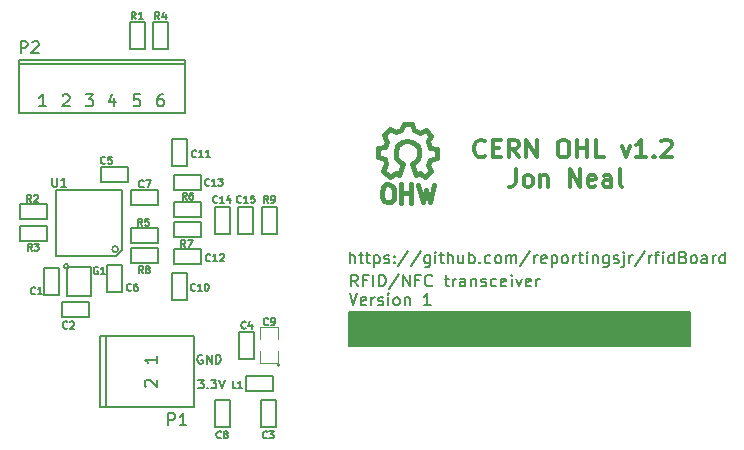
<source format=gto>
%FSLAX45Y45*%
G04 Gerber Fmt 4.5, Leading zero omitted, Abs format (unit mm)*
G04 Created by KiCad (PCBNEW (2014-09-17 BZR 5140)-product) date Sun 28 Sep 2014 11:22:45 PM EDT*
%MOMM*%
G01*
G04 APERTURE LIST*
%ADD10C,0.100000*%
%ADD11C,0.150000*%
%ADD12C,0.200000*%
%ADD13C,0.300000*%
%ADD14C,0.127000*%
%ADD15C,0.099060*%
%ADD16C,0.152400*%
%ADD17C,0.381000*%
G04 APERTURE END LIST*
D10*
D11*
X17329286Y-9878929D02*
X17375714Y-9878929D01*
X17350714Y-9907500D01*
X17361429Y-9907500D01*
X17368571Y-9911071D01*
X17372143Y-9914643D01*
X17375714Y-9921786D01*
X17375714Y-9939643D01*
X17372143Y-9946786D01*
X17368571Y-9950357D01*
X17361429Y-9953929D01*
X17340000Y-9953929D01*
X17332857Y-9950357D01*
X17329286Y-9946786D01*
X17407857Y-9946786D02*
X17411429Y-9950357D01*
X17407857Y-9953929D01*
X17404286Y-9950357D01*
X17407857Y-9946786D01*
X17407857Y-9953929D01*
X17436429Y-9878929D02*
X17482857Y-9878929D01*
X17457857Y-9907500D01*
X17468571Y-9907500D01*
X17475714Y-9911071D01*
X17479286Y-9914643D01*
X17482857Y-9921786D01*
X17482857Y-9939643D01*
X17479286Y-9946786D01*
X17475714Y-9950357D01*
X17468571Y-9953929D01*
X17447143Y-9953929D01*
X17440000Y-9950357D01*
X17436429Y-9946786D01*
X17504286Y-9878929D02*
X17529286Y-9953929D01*
X17554286Y-9878929D01*
X17362857Y-9672500D02*
X17355714Y-9668929D01*
X17345000Y-9668929D01*
X17334286Y-9672500D01*
X17327143Y-9679643D01*
X17323571Y-9686786D01*
X17320000Y-9701071D01*
X17320000Y-9711786D01*
X17323571Y-9726071D01*
X17327143Y-9733214D01*
X17334286Y-9740357D01*
X17345000Y-9743929D01*
X17352143Y-9743929D01*
X17362857Y-9740357D01*
X17366429Y-9736786D01*
X17366429Y-9711786D01*
X17352143Y-9711786D01*
X17398571Y-9743929D02*
X17398571Y-9668929D01*
X17441429Y-9743929D01*
X17441429Y-9668929D01*
X17477143Y-9743929D02*
X17477143Y-9668929D01*
X17495000Y-9668929D01*
X17505714Y-9672500D01*
X17512857Y-9679643D01*
X17516429Y-9686786D01*
X17520000Y-9701071D01*
X17520000Y-9711786D01*
X17516429Y-9726071D01*
X17512857Y-9733214D01*
X17505714Y-9740357D01*
X17495000Y-9743929D01*
X17477143Y-9743929D01*
D12*
X18680952Y-9090238D02*
X18647619Y-9042619D01*
X18623810Y-9090238D02*
X18623810Y-8990238D01*
X18661905Y-8990238D01*
X18671429Y-8995000D01*
X18676191Y-8999762D01*
X18680952Y-9009286D01*
X18680952Y-9023571D01*
X18676191Y-9033095D01*
X18671429Y-9037857D01*
X18661905Y-9042619D01*
X18623810Y-9042619D01*
X18757143Y-9037857D02*
X18723810Y-9037857D01*
X18723810Y-9090238D02*
X18723810Y-8990238D01*
X18771429Y-8990238D01*
X18809524Y-9090238D02*
X18809524Y-8990238D01*
X18857143Y-9090238D02*
X18857143Y-8990238D01*
X18880952Y-8990238D01*
X18895238Y-8995000D01*
X18904762Y-9004524D01*
X18909524Y-9014048D01*
X18914286Y-9033095D01*
X18914286Y-9047381D01*
X18909524Y-9066429D01*
X18904762Y-9075952D01*
X18895238Y-9085476D01*
X18880952Y-9090238D01*
X18857143Y-9090238D01*
X19028571Y-8985476D02*
X18942857Y-9114048D01*
X19061905Y-9090238D02*
X19061905Y-8990238D01*
X19119048Y-9090238D01*
X19119048Y-8990238D01*
X19200000Y-9037857D02*
X19166667Y-9037857D01*
X19166667Y-9090238D02*
X19166667Y-8990238D01*
X19214286Y-8990238D01*
X19309524Y-9080714D02*
X19304762Y-9085476D01*
X19290476Y-9090238D01*
X19280952Y-9090238D01*
X19266667Y-9085476D01*
X19257143Y-9075952D01*
X19252381Y-9066429D01*
X19247619Y-9047381D01*
X19247619Y-9033095D01*
X19252381Y-9014048D01*
X19257143Y-9004524D01*
X19266667Y-8995000D01*
X19280952Y-8990238D01*
X19290476Y-8990238D01*
X19304762Y-8995000D01*
X19309524Y-8999762D01*
X19414286Y-9023571D02*
X19452381Y-9023571D01*
X19428571Y-8990238D02*
X19428571Y-9075952D01*
X19433333Y-9085476D01*
X19442857Y-9090238D01*
X19452381Y-9090238D01*
X19485714Y-9090238D02*
X19485714Y-9023571D01*
X19485714Y-9042619D02*
X19490476Y-9033095D01*
X19495238Y-9028333D01*
X19504762Y-9023571D01*
X19514286Y-9023571D01*
X19590476Y-9090238D02*
X19590476Y-9037857D01*
X19585714Y-9028333D01*
X19576191Y-9023571D01*
X19557143Y-9023571D01*
X19547619Y-9028333D01*
X19590476Y-9085476D02*
X19580953Y-9090238D01*
X19557143Y-9090238D01*
X19547619Y-9085476D01*
X19542857Y-9075952D01*
X19542857Y-9066429D01*
X19547619Y-9056905D01*
X19557143Y-9052143D01*
X19580953Y-9052143D01*
X19590476Y-9047381D01*
X19638095Y-9023571D02*
X19638095Y-9090238D01*
X19638095Y-9033095D02*
X19642857Y-9028333D01*
X19652381Y-9023571D01*
X19666667Y-9023571D01*
X19676191Y-9028333D01*
X19680953Y-9037857D01*
X19680953Y-9090238D01*
X19723810Y-9085476D02*
X19733333Y-9090238D01*
X19752381Y-9090238D01*
X19761905Y-9085476D01*
X19766667Y-9075952D01*
X19766667Y-9071191D01*
X19761905Y-9061667D01*
X19752381Y-9056905D01*
X19738095Y-9056905D01*
X19728572Y-9052143D01*
X19723810Y-9042619D01*
X19723810Y-9037857D01*
X19728572Y-9028333D01*
X19738095Y-9023571D01*
X19752381Y-9023571D01*
X19761905Y-9028333D01*
X19852381Y-9085476D02*
X19842857Y-9090238D01*
X19823810Y-9090238D01*
X19814286Y-9085476D01*
X19809524Y-9080714D01*
X19804762Y-9071191D01*
X19804762Y-9042619D01*
X19809524Y-9033095D01*
X19814286Y-9028333D01*
X19823810Y-9023571D01*
X19842857Y-9023571D01*
X19852381Y-9028333D01*
X19933334Y-9085476D02*
X19923810Y-9090238D01*
X19904762Y-9090238D01*
X19895238Y-9085476D01*
X19890476Y-9075952D01*
X19890476Y-9037857D01*
X19895238Y-9028333D01*
X19904762Y-9023571D01*
X19923810Y-9023571D01*
X19933334Y-9028333D01*
X19938095Y-9037857D01*
X19938095Y-9047381D01*
X19890476Y-9056905D01*
X19980953Y-9090238D02*
X19980953Y-9023571D01*
X19980953Y-8990238D02*
X19976191Y-8995000D01*
X19980953Y-8999762D01*
X19985714Y-8995000D01*
X19980953Y-8990238D01*
X19980953Y-8999762D01*
X20019048Y-9023571D02*
X20042857Y-9090238D01*
X20066667Y-9023571D01*
X20142857Y-9085476D02*
X20133334Y-9090238D01*
X20114286Y-9090238D01*
X20104762Y-9085476D01*
X20100000Y-9075952D01*
X20100000Y-9037857D01*
X20104762Y-9028333D01*
X20114286Y-9023571D01*
X20133334Y-9023571D01*
X20142857Y-9028333D01*
X20147619Y-9037857D01*
X20147619Y-9047381D01*
X20100000Y-9056905D01*
X20190476Y-9090238D02*
X20190476Y-9023571D01*
X20190476Y-9042619D02*
X20195238Y-9033095D01*
X20200000Y-9028333D01*
X20209524Y-9023571D01*
X20219048Y-9023571D01*
X18609524Y-9150238D02*
X18642857Y-9250238D01*
X18676191Y-9150238D01*
X18747619Y-9245476D02*
X18738095Y-9250238D01*
X18719048Y-9250238D01*
X18709524Y-9245476D01*
X18704762Y-9235952D01*
X18704762Y-9197857D01*
X18709524Y-9188333D01*
X18719048Y-9183571D01*
X18738095Y-9183571D01*
X18747619Y-9188333D01*
X18752381Y-9197857D01*
X18752381Y-9207381D01*
X18704762Y-9216905D01*
X18795238Y-9250238D02*
X18795238Y-9183571D01*
X18795238Y-9202619D02*
X18800000Y-9193095D01*
X18804762Y-9188333D01*
X18814286Y-9183571D01*
X18823810Y-9183571D01*
X18852381Y-9245476D02*
X18861905Y-9250238D01*
X18880952Y-9250238D01*
X18890476Y-9245476D01*
X18895238Y-9235952D01*
X18895238Y-9231191D01*
X18890476Y-9221667D01*
X18880952Y-9216905D01*
X18866667Y-9216905D01*
X18857143Y-9212143D01*
X18852381Y-9202619D01*
X18852381Y-9197857D01*
X18857143Y-9188333D01*
X18866667Y-9183571D01*
X18880952Y-9183571D01*
X18890476Y-9188333D01*
X18938095Y-9250238D02*
X18938095Y-9183571D01*
X18938095Y-9150238D02*
X18933333Y-9155000D01*
X18938095Y-9159762D01*
X18942857Y-9155000D01*
X18938095Y-9150238D01*
X18938095Y-9159762D01*
X19000000Y-9250238D02*
X18990476Y-9245476D01*
X18985714Y-9240714D01*
X18980952Y-9231191D01*
X18980952Y-9202619D01*
X18985714Y-9193095D01*
X18990476Y-9188333D01*
X19000000Y-9183571D01*
X19014286Y-9183571D01*
X19023810Y-9188333D01*
X19028572Y-9193095D01*
X19033333Y-9202619D01*
X19033333Y-9231191D01*
X19028572Y-9240714D01*
X19023810Y-9245476D01*
X19014286Y-9250238D01*
X19000000Y-9250238D01*
X19076191Y-9183571D02*
X19076191Y-9250238D01*
X19076191Y-9193095D02*
X19080952Y-9188333D01*
X19090476Y-9183571D01*
X19104762Y-9183571D01*
X19114286Y-9188333D01*
X19119048Y-9197857D01*
X19119048Y-9250238D01*
X19295238Y-9250238D02*
X19238095Y-9250238D01*
X19266667Y-9250238D02*
X19266667Y-9150238D01*
X19257143Y-9164524D01*
X19247619Y-9174048D01*
X19238095Y-9178810D01*
X18611905Y-8895238D02*
X18611905Y-8795238D01*
X18654762Y-8895238D02*
X18654762Y-8842857D01*
X18650000Y-8833333D01*
X18640476Y-8828571D01*
X18626190Y-8828571D01*
X18616667Y-8833333D01*
X18611905Y-8838095D01*
X18688095Y-8828571D02*
X18726190Y-8828571D01*
X18702381Y-8795238D02*
X18702381Y-8880952D01*
X18707143Y-8890476D01*
X18716667Y-8895238D01*
X18726190Y-8895238D01*
X18745238Y-8828571D02*
X18783333Y-8828571D01*
X18759524Y-8795238D02*
X18759524Y-8880952D01*
X18764286Y-8890476D01*
X18773809Y-8895238D01*
X18783333Y-8895238D01*
X18816667Y-8828571D02*
X18816667Y-8928571D01*
X18816667Y-8833333D02*
X18826190Y-8828571D01*
X18845238Y-8828571D01*
X18854762Y-8833333D01*
X18859524Y-8838095D01*
X18864286Y-8847619D01*
X18864286Y-8876191D01*
X18859524Y-8885714D01*
X18854762Y-8890476D01*
X18845238Y-8895238D01*
X18826190Y-8895238D01*
X18816667Y-8890476D01*
X18902381Y-8890476D02*
X18911905Y-8895238D01*
X18930952Y-8895238D01*
X18940476Y-8890476D01*
X18945238Y-8880952D01*
X18945238Y-8876191D01*
X18940476Y-8866667D01*
X18930952Y-8861905D01*
X18916667Y-8861905D01*
X18907143Y-8857143D01*
X18902381Y-8847619D01*
X18902381Y-8842857D01*
X18907143Y-8833333D01*
X18916667Y-8828571D01*
X18930952Y-8828571D01*
X18940476Y-8833333D01*
X18988095Y-8885714D02*
X18992857Y-8890476D01*
X18988095Y-8895238D01*
X18983333Y-8890476D01*
X18988095Y-8885714D01*
X18988095Y-8895238D01*
X18988095Y-8833333D02*
X18992857Y-8838095D01*
X18988095Y-8842857D01*
X18983333Y-8838095D01*
X18988095Y-8833333D01*
X18988095Y-8842857D01*
X19107143Y-8790476D02*
X19021429Y-8919048D01*
X19211905Y-8790476D02*
X19126190Y-8919048D01*
X19288095Y-8828571D02*
X19288095Y-8909524D01*
X19283333Y-8919048D01*
X19278571Y-8923810D01*
X19269048Y-8928571D01*
X19254762Y-8928571D01*
X19245238Y-8923810D01*
X19288095Y-8890476D02*
X19278571Y-8895238D01*
X19259524Y-8895238D01*
X19250000Y-8890476D01*
X19245238Y-8885714D01*
X19240476Y-8876191D01*
X19240476Y-8847619D01*
X19245238Y-8838095D01*
X19250000Y-8833333D01*
X19259524Y-8828571D01*
X19278571Y-8828571D01*
X19288095Y-8833333D01*
X19335714Y-8895238D02*
X19335714Y-8828571D01*
X19335714Y-8795238D02*
X19330952Y-8800000D01*
X19335714Y-8804762D01*
X19340476Y-8800000D01*
X19335714Y-8795238D01*
X19335714Y-8804762D01*
X19369048Y-8828571D02*
X19407143Y-8828571D01*
X19383333Y-8795238D02*
X19383333Y-8880952D01*
X19388095Y-8890476D01*
X19397619Y-8895238D01*
X19407143Y-8895238D01*
X19440476Y-8895238D02*
X19440476Y-8795238D01*
X19483333Y-8895238D02*
X19483333Y-8842857D01*
X19478571Y-8833333D01*
X19469048Y-8828571D01*
X19454762Y-8828571D01*
X19445238Y-8833333D01*
X19440476Y-8838095D01*
X19573810Y-8828571D02*
X19573810Y-8895238D01*
X19530952Y-8828571D02*
X19530952Y-8880952D01*
X19535714Y-8890476D01*
X19545238Y-8895238D01*
X19559524Y-8895238D01*
X19569048Y-8890476D01*
X19573810Y-8885714D01*
X19621429Y-8895238D02*
X19621429Y-8795238D01*
X19621429Y-8833333D02*
X19630952Y-8828571D01*
X19650000Y-8828571D01*
X19659524Y-8833333D01*
X19664286Y-8838095D01*
X19669048Y-8847619D01*
X19669048Y-8876191D01*
X19664286Y-8885714D01*
X19659524Y-8890476D01*
X19650000Y-8895238D01*
X19630952Y-8895238D01*
X19621429Y-8890476D01*
X19711905Y-8885714D02*
X19716667Y-8890476D01*
X19711905Y-8895238D01*
X19707143Y-8890476D01*
X19711905Y-8885714D01*
X19711905Y-8895238D01*
X19802381Y-8890476D02*
X19792857Y-8895238D01*
X19773809Y-8895238D01*
X19764286Y-8890476D01*
X19759524Y-8885714D01*
X19754762Y-8876191D01*
X19754762Y-8847619D01*
X19759524Y-8838095D01*
X19764286Y-8833333D01*
X19773809Y-8828571D01*
X19792857Y-8828571D01*
X19802381Y-8833333D01*
X19859524Y-8895238D02*
X19850000Y-8890476D01*
X19845238Y-8885714D01*
X19840476Y-8876191D01*
X19840476Y-8847619D01*
X19845238Y-8838095D01*
X19850000Y-8833333D01*
X19859524Y-8828571D01*
X19873810Y-8828571D01*
X19883333Y-8833333D01*
X19888095Y-8838095D01*
X19892857Y-8847619D01*
X19892857Y-8876191D01*
X19888095Y-8885714D01*
X19883333Y-8890476D01*
X19873810Y-8895238D01*
X19859524Y-8895238D01*
X19935714Y-8895238D02*
X19935714Y-8828571D01*
X19935714Y-8838095D02*
X19940476Y-8833333D01*
X19950000Y-8828571D01*
X19964286Y-8828571D01*
X19973810Y-8833333D01*
X19978571Y-8842857D01*
X19978571Y-8895238D01*
X19978571Y-8842857D02*
X19983333Y-8833333D01*
X19992857Y-8828571D01*
X20007143Y-8828571D01*
X20016667Y-8833333D01*
X20021429Y-8842857D01*
X20021429Y-8895238D01*
X20140476Y-8790476D02*
X20054762Y-8919048D01*
X20173809Y-8895238D02*
X20173809Y-8828571D01*
X20173809Y-8847619D02*
X20178571Y-8838095D01*
X20183333Y-8833333D01*
X20192857Y-8828571D01*
X20202381Y-8828571D01*
X20273810Y-8890476D02*
X20264286Y-8895238D01*
X20245238Y-8895238D01*
X20235714Y-8890476D01*
X20230952Y-8880952D01*
X20230952Y-8842857D01*
X20235714Y-8833333D01*
X20245238Y-8828571D01*
X20264286Y-8828571D01*
X20273810Y-8833333D01*
X20278571Y-8842857D01*
X20278571Y-8852381D01*
X20230952Y-8861905D01*
X20321429Y-8828571D02*
X20321429Y-8928571D01*
X20321429Y-8833333D02*
X20330952Y-8828571D01*
X20350000Y-8828571D01*
X20359524Y-8833333D01*
X20364286Y-8838095D01*
X20369048Y-8847619D01*
X20369048Y-8876191D01*
X20364286Y-8885714D01*
X20359524Y-8890476D01*
X20350000Y-8895238D01*
X20330952Y-8895238D01*
X20321429Y-8890476D01*
X20426190Y-8895238D02*
X20416667Y-8890476D01*
X20411905Y-8885714D01*
X20407143Y-8876191D01*
X20407143Y-8847619D01*
X20411905Y-8838095D01*
X20416667Y-8833333D01*
X20426190Y-8828571D01*
X20440476Y-8828571D01*
X20450000Y-8833333D01*
X20454762Y-8838095D01*
X20459524Y-8847619D01*
X20459524Y-8876191D01*
X20454762Y-8885714D01*
X20450000Y-8890476D01*
X20440476Y-8895238D01*
X20426190Y-8895238D01*
X20502381Y-8895238D02*
X20502381Y-8828571D01*
X20502381Y-8847619D02*
X20507143Y-8838095D01*
X20511905Y-8833333D01*
X20521429Y-8828571D01*
X20530952Y-8828571D01*
X20550000Y-8828571D02*
X20588095Y-8828571D01*
X20564286Y-8795238D02*
X20564286Y-8880952D01*
X20569048Y-8890476D01*
X20578571Y-8895238D01*
X20588095Y-8895238D01*
X20621429Y-8895238D02*
X20621429Y-8828571D01*
X20621429Y-8795238D02*
X20616667Y-8800000D01*
X20621429Y-8804762D01*
X20626191Y-8800000D01*
X20621429Y-8795238D01*
X20621429Y-8804762D01*
X20669048Y-8828571D02*
X20669048Y-8895238D01*
X20669048Y-8838095D02*
X20673810Y-8833333D01*
X20683333Y-8828571D01*
X20697619Y-8828571D01*
X20707143Y-8833333D01*
X20711905Y-8842857D01*
X20711905Y-8895238D01*
X20802381Y-8828571D02*
X20802381Y-8909524D01*
X20797619Y-8919048D01*
X20792857Y-8923810D01*
X20783333Y-8928571D01*
X20769048Y-8928571D01*
X20759524Y-8923810D01*
X20802381Y-8890476D02*
X20792857Y-8895238D01*
X20773810Y-8895238D01*
X20764286Y-8890476D01*
X20759524Y-8885714D01*
X20754762Y-8876191D01*
X20754762Y-8847619D01*
X20759524Y-8838095D01*
X20764286Y-8833333D01*
X20773810Y-8828571D01*
X20792857Y-8828571D01*
X20802381Y-8833333D01*
X20845238Y-8890476D02*
X20854762Y-8895238D01*
X20873810Y-8895238D01*
X20883333Y-8890476D01*
X20888095Y-8880952D01*
X20888095Y-8876191D01*
X20883333Y-8866667D01*
X20873810Y-8861905D01*
X20859524Y-8861905D01*
X20850000Y-8857143D01*
X20845238Y-8847619D01*
X20845238Y-8842857D01*
X20850000Y-8833333D01*
X20859524Y-8828571D01*
X20873810Y-8828571D01*
X20883333Y-8833333D01*
X20930952Y-8828571D02*
X20930952Y-8914286D01*
X20926191Y-8923810D01*
X20916667Y-8928571D01*
X20911905Y-8928571D01*
X20930952Y-8795238D02*
X20926191Y-8800000D01*
X20930952Y-8804762D01*
X20935714Y-8800000D01*
X20930952Y-8795238D01*
X20930952Y-8804762D01*
X20978571Y-8895238D02*
X20978571Y-8828571D01*
X20978571Y-8847619D02*
X20983333Y-8838095D01*
X20988095Y-8833333D01*
X20997619Y-8828571D01*
X21007143Y-8828571D01*
X21111905Y-8790476D02*
X21026191Y-8919048D01*
X21145238Y-8895238D02*
X21145238Y-8828571D01*
X21145238Y-8847619D02*
X21150000Y-8838095D01*
X21154762Y-8833333D01*
X21164286Y-8828571D01*
X21173810Y-8828571D01*
X21192857Y-8828571D02*
X21230952Y-8828571D01*
X21207143Y-8895238D02*
X21207143Y-8809524D01*
X21211905Y-8800000D01*
X21221429Y-8795238D01*
X21230952Y-8795238D01*
X21264286Y-8895238D02*
X21264286Y-8828571D01*
X21264286Y-8795238D02*
X21259524Y-8800000D01*
X21264286Y-8804762D01*
X21269048Y-8800000D01*
X21264286Y-8795238D01*
X21264286Y-8804762D01*
X21354762Y-8895238D02*
X21354762Y-8795238D01*
X21354762Y-8890476D02*
X21345238Y-8895238D01*
X21326191Y-8895238D01*
X21316667Y-8890476D01*
X21311905Y-8885714D01*
X21307143Y-8876191D01*
X21307143Y-8847619D01*
X21311905Y-8838095D01*
X21316667Y-8833333D01*
X21326191Y-8828571D01*
X21345238Y-8828571D01*
X21354762Y-8833333D01*
X21435714Y-8842857D02*
X21450000Y-8847619D01*
X21454762Y-8852381D01*
X21459524Y-8861905D01*
X21459524Y-8876191D01*
X21454762Y-8885714D01*
X21450000Y-8890476D01*
X21440476Y-8895238D01*
X21402381Y-8895238D01*
X21402381Y-8795238D01*
X21435714Y-8795238D01*
X21445238Y-8800000D01*
X21450000Y-8804762D01*
X21454762Y-8814286D01*
X21454762Y-8823810D01*
X21450000Y-8833333D01*
X21445238Y-8838095D01*
X21435714Y-8842857D01*
X21402381Y-8842857D01*
X21516667Y-8895238D02*
X21507143Y-8890476D01*
X21502381Y-8885714D01*
X21497619Y-8876191D01*
X21497619Y-8847619D01*
X21502381Y-8838095D01*
X21507143Y-8833333D01*
X21516667Y-8828571D01*
X21530953Y-8828571D01*
X21540476Y-8833333D01*
X21545238Y-8838095D01*
X21550000Y-8847619D01*
X21550000Y-8876191D01*
X21545238Y-8885714D01*
X21540476Y-8890476D01*
X21530953Y-8895238D01*
X21516667Y-8895238D01*
X21635714Y-8895238D02*
X21635714Y-8842857D01*
X21630953Y-8833333D01*
X21621429Y-8828571D01*
X21602381Y-8828571D01*
X21592857Y-8833333D01*
X21635714Y-8890476D02*
X21626191Y-8895238D01*
X21602381Y-8895238D01*
X21592857Y-8890476D01*
X21588095Y-8880952D01*
X21588095Y-8871429D01*
X21592857Y-8861905D01*
X21602381Y-8857143D01*
X21626191Y-8857143D01*
X21635714Y-8852381D01*
X21683333Y-8895238D02*
X21683333Y-8828571D01*
X21683333Y-8847619D02*
X21688095Y-8838095D01*
X21692857Y-8833333D01*
X21702381Y-8828571D01*
X21711905Y-8828571D01*
X21788095Y-8895238D02*
X21788095Y-8795238D01*
X21788095Y-8890476D02*
X21778572Y-8895238D01*
X21759524Y-8895238D01*
X21750000Y-8890476D01*
X21745238Y-8885714D01*
X21740476Y-8876191D01*
X21740476Y-8847619D01*
X21745238Y-8838095D01*
X21750000Y-8833333D01*
X21759524Y-8828571D01*
X21778572Y-8828571D01*
X21788095Y-8833333D01*
D13*
X20018571Y-8097857D02*
X20018571Y-8205000D01*
X20011429Y-8226429D01*
X19997143Y-8240714D01*
X19975714Y-8247857D01*
X19961429Y-8247857D01*
X20111429Y-8247857D02*
X20097143Y-8240714D01*
X20090000Y-8233571D01*
X20082857Y-8219286D01*
X20082857Y-8176429D01*
X20090000Y-8162143D01*
X20097143Y-8155000D01*
X20111429Y-8147857D01*
X20132857Y-8147857D01*
X20147143Y-8155000D01*
X20154286Y-8162143D01*
X20161429Y-8176429D01*
X20161429Y-8219286D01*
X20154286Y-8233571D01*
X20147143Y-8240714D01*
X20132857Y-8247857D01*
X20111429Y-8247857D01*
X20225714Y-8147857D02*
X20225714Y-8247857D01*
X20225714Y-8162143D02*
X20232857Y-8155000D01*
X20247143Y-8147857D01*
X20268571Y-8147857D01*
X20282857Y-8155000D01*
X20290000Y-8169286D01*
X20290000Y-8247857D01*
X20475714Y-8247857D02*
X20475714Y-8097857D01*
X20561429Y-8247857D01*
X20561429Y-8097857D01*
X20690000Y-8240714D02*
X20675714Y-8247857D01*
X20647143Y-8247857D01*
X20632857Y-8240714D01*
X20625714Y-8226429D01*
X20625714Y-8169286D01*
X20632857Y-8155000D01*
X20647143Y-8147857D01*
X20675714Y-8147857D01*
X20690000Y-8155000D01*
X20697143Y-8169286D01*
X20697143Y-8183571D01*
X20625714Y-8197857D01*
X20825714Y-8247857D02*
X20825714Y-8169286D01*
X20818571Y-8155000D01*
X20804286Y-8147857D01*
X20775714Y-8147857D01*
X20761429Y-8155000D01*
X20825714Y-8240714D02*
X20811429Y-8247857D01*
X20775714Y-8247857D01*
X20761429Y-8240714D01*
X20754286Y-8226429D01*
X20754286Y-8212143D01*
X20761429Y-8197857D01*
X20775714Y-8190714D01*
X20811429Y-8190714D01*
X20825714Y-8183571D01*
X20918572Y-8247857D02*
X20904286Y-8240714D01*
X20897143Y-8226429D01*
X20897143Y-8097857D01*
X19757143Y-7983571D02*
X19750000Y-7990714D01*
X19728571Y-7997857D01*
X19714286Y-7997857D01*
X19692857Y-7990714D01*
X19678571Y-7976429D01*
X19671429Y-7962143D01*
X19664286Y-7933571D01*
X19664286Y-7912143D01*
X19671429Y-7883571D01*
X19678571Y-7869286D01*
X19692857Y-7855000D01*
X19714286Y-7847857D01*
X19728571Y-7847857D01*
X19750000Y-7855000D01*
X19757143Y-7862143D01*
X19821429Y-7919286D02*
X19871429Y-7919286D01*
X19892857Y-7997857D02*
X19821429Y-7997857D01*
X19821429Y-7847857D01*
X19892857Y-7847857D01*
X20042857Y-7997857D02*
X19992857Y-7926429D01*
X19957143Y-7997857D02*
X19957143Y-7847857D01*
X20014286Y-7847857D01*
X20028572Y-7855000D01*
X20035714Y-7862143D01*
X20042857Y-7876429D01*
X20042857Y-7897857D01*
X20035714Y-7912143D01*
X20028572Y-7919286D01*
X20014286Y-7926429D01*
X19957143Y-7926429D01*
X20107143Y-7997857D02*
X20107143Y-7847857D01*
X20192857Y-7997857D01*
X20192857Y-7847857D01*
X20407143Y-7847857D02*
X20435714Y-7847857D01*
X20450000Y-7855000D01*
X20464286Y-7869286D01*
X20471429Y-7897857D01*
X20471429Y-7947857D01*
X20464286Y-7976429D01*
X20450000Y-7990714D01*
X20435714Y-7997857D01*
X20407143Y-7997857D01*
X20392857Y-7990714D01*
X20378572Y-7976429D01*
X20371429Y-7947857D01*
X20371429Y-7897857D01*
X20378572Y-7869286D01*
X20392857Y-7855000D01*
X20407143Y-7847857D01*
X20535714Y-7997857D02*
X20535714Y-7847857D01*
X20535714Y-7919286D02*
X20621429Y-7919286D01*
X20621429Y-7997857D02*
X20621429Y-7847857D01*
X20764286Y-7997857D02*
X20692857Y-7997857D01*
X20692857Y-7847857D01*
X20914286Y-7897857D02*
X20950000Y-7997857D01*
X20985714Y-7897857D01*
X21121429Y-7997857D02*
X21035714Y-7997857D01*
X21078572Y-7997857D02*
X21078572Y-7847857D01*
X21064286Y-7869286D01*
X21050000Y-7883571D01*
X21035714Y-7890714D01*
X21185714Y-7983571D02*
X21192857Y-7990714D01*
X21185714Y-7997857D01*
X21178572Y-7990714D01*
X21185714Y-7983571D01*
X21185714Y-7997857D01*
X21250000Y-7862143D02*
X21257143Y-7855000D01*
X21271429Y-7847857D01*
X21307143Y-7847857D01*
X21321429Y-7855000D01*
X21328572Y-7862143D01*
X21335714Y-7876429D01*
X21335714Y-7890714D01*
X21328572Y-7912143D01*
X21242857Y-7997857D01*
X21335714Y-7997857D01*
D14*
X16153500Y-8935700D02*
X16153500Y-9164300D01*
X16153500Y-9164300D02*
X16026500Y-9164300D01*
X16026500Y-9164300D02*
X16026500Y-8935700D01*
X16026500Y-8935700D02*
X16153500Y-8935700D01*
X16404300Y-9353500D02*
X16175700Y-9353500D01*
X16175700Y-9353500D02*
X16175700Y-9226500D01*
X16175700Y-9226500D02*
X16404300Y-9226500D01*
X16404300Y-9226500D02*
X16404300Y-9353500D01*
X17983500Y-10055700D02*
X17983500Y-10284300D01*
X17983500Y-10284300D02*
X17856500Y-10284300D01*
X17856500Y-10284300D02*
X17856500Y-10055700D01*
X17856500Y-10055700D02*
X17983500Y-10055700D01*
X17676500Y-9704300D02*
X17676500Y-9475700D01*
X17676500Y-9475700D02*
X17803500Y-9475700D01*
X17803500Y-9475700D02*
X17803500Y-9704300D01*
X17803500Y-9704300D02*
X17676500Y-9704300D01*
X16505700Y-8076500D02*
X16734300Y-8076500D01*
X16734300Y-8076500D02*
X16734300Y-8203500D01*
X16734300Y-8203500D02*
X16505700Y-8203500D01*
X16505700Y-8203500D02*
X16505700Y-8076500D01*
X16683500Y-8905700D02*
X16683500Y-9134300D01*
X16683500Y-9134300D02*
X16556500Y-9134300D01*
X16556500Y-9134300D02*
X16556500Y-8905700D01*
X16556500Y-8905700D02*
X16683500Y-8905700D01*
X16755700Y-8276500D02*
X16984300Y-8276500D01*
X16984300Y-8276500D02*
X16984300Y-8403500D01*
X16984300Y-8403500D02*
X16755700Y-8403500D01*
X16755700Y-8403500D02*
X16755700Y-8276500D01*
X17593500Y-10055700D02*
X17593500Y-10284300D01*
X17593500Y-10284300D02*
X17466500Y-10284300D01*
X17466500Y-10284300D02*
X17466500Y-10055700D01*
X17466500Y-10055700D02*
X17593500Y-10055700D01*
D15*
X18018900Y-9755100D02*
G75*
G03X18018900Y-9755100I-12700J0D01*
G74*
G01*
X18006200Y-9640800D02*
X18006200Y-9742400D01*
X18006200Y-9742400D02*
X17853800Y-9742400D01*
X17853800Y-9742400D02*
X17853800Y-9640800D01*
X17853800Y-9539200D02*
X17853800Y-9437600D01*
X17853800Y-9437600D02*
X18006200Y-9437600D01*
X18006200Y-9437600D02*
X18006200Y-9539200D01*
D14*
X17106500Y-9204300D02*
X17106500Y-8975700D01*
X17106500Y-8975700D02*
X17233500Y-8975700D01*
X17233500Y-8975700D02*
X17233500Y-9204300D01*
X17233500Y-9204300D02*
X17106500Y-9204300D01*
X17233500Y-7845700D02*
X17233500Y-8074300D01*
X17233500Y-8074300D02*
X17106500Y-8074300D01*
X17106500Y-8074300D02*
X17106500Y-7845700D01*
X17106500Y-7845700D02*
X17233500Y-7845700D01*
X17354300Y-8903500D02*
X17125700Y-8903500D01*
X17125700Y-8903500D02*
X17125700Y-8776500D01*
X17125700Y-8776500D02*
X17354300Y-8776500D01*
X17354300Y-8776500D02*
X17354300Y-8903500D01*
X17354300Y-8273500D02*
X17125700Y-8273500D01*
X17125700Y-8273500D02*
X17125700Y-8146500D01*
X17125700Y-8146500D02*
X17354300Y-8146500D01*
X17354300Y-8146500D02*
X17354300Y-8273500D01*
X17466500Y-8644300D02*
X17466500Y-8415700D01*
X17466500Y-8415700D02*
X17593500Y-8415700D01*
X17593500Y-8415700D02*
X17593500Y-8644300D01*
X17593500Y-8644300D02*
X17466500Y-8644300D01*
X17666500Y-8644300D02*
X17666500Y-8415700D01*
X17666500Y-8415700D02*
X17793500Y-8415700D01*
X17793500Y-8415700D02*
X17793500Y-8644300D01*
X17793500Y-8644300D02*
X17666500Y-8644300D01*
X17735700Y-9846500D02*
X17964300Y-9846500D01*
X17964300Y-9846500D02*
X17964300Y-9973500D01*
X17964300Y-9973500D02*
X17735700Y-9973500D01*
X17735700Y-9973500D02*
X17735700Y-9846500D01*
D12*
X16550000Y-10110000D02*
X16550000Y-9520000D01*
X17290000Y-10110000D02*
X16500000Y-10110000D01*
X17290000Y-9510000D02*
X17290000Y-10110000D01*
X16500000Y-9510000D02*
X17290000Y-9510000D01*
X16500000Y-10110000D02*
X16500000Y-9510000D01*
X15810000Y-7210000D02*
X17220000Y-7210000D01*
X15810000Y-7620000D02*
X15810000Y-7170000D01*
X17220000Y-7620000D02*
X15810000Y-7620000D01*
X17220000Y-7170000D02*
X17220000Y-7620000D01*
X15810000Y-7170000D02*
X17220000Y-7170000D01*
D14*
X16873500Y-6855700D02*
X16873500Y-7084300D01*
X16873500Y-7084300D02*
X16746500Y-7084300D01*
X16746500Y-7084300D02*
X16746500Y-6855700D01*
X16746500Y-6855700D02*
X16873500Y-6855700D01*
X16044300Y-8523500D02*
X15815700Y-8523500D01*
X15815700Y-8523500D02*
X15815700Y-8396500D01*
X15815700Y-8396500D02*
X16044300Y-8396500D01*
X16044300Y-8396500D02*
X16044300Y-8523500D01*
X16044300Y-8703500D02*
X15815700Y-8703500D01*
X15815700Y-8703500D02*
X15815700Y-8576500D01*
X15815700Y-8576500D02*
X16044300Y-8576500D01*
X16044300Y-8576500D02*
X16044300Y-8703500D01*
X17073500Y-6855700D02*
X17073500Y-7084300D01*
X17073500Y-7084300D02*
X16946500Y-7084300D01*
X16946500Y-7084300D02*
X16946500Y-6855700D01*
X16946500Y-6855700D02*
X17073500Y-6855700D01*
X16984300Y-8723500D02*
X16755700Y-8723500D01*
X16755700Y-8723500D02*
X16755700Y-8596500D01*
X16755700Y-8596500D02*
X16984300Y-8596500D01*
X16984300Y-8596500D02*
X16984300Y-8723500D01*
X17354300Y-8503500D02*
X17125700Y-8503500D01*
X17125700Y-8503500D02*
X17125700Y-8376500D01*
X17125700Y-8376500D02*
X17354300Y-8376500D01*
X17354300Y-8376500D02*
X17354300Y-8503500D01*
X17354300Y-8673500D02*
X17125700Y-8673500D01*
X17125700Y-8673500D02*
X17125700Y-8546500D01*
X17125700Y-8546500D02*
X17354300Y-8546500D01*
X17354300Y-8546500D02*
X17354300Y-8673500D01*
X16984300Y-8893500D02*
X16755700Y-8893500D01*
X16755700Y-8893500D02*
X16755700Y-8766500D01*
X16755700Y-8766500D02*
X16984300Y-8766500D01*
X16984300Y-8766500D02*
X16984300Y-8893500D01*
X17866500Y-8644300D02*
X17866500Y-8415700D01*
X17866500Y-8415700D02*
X17993500Y-8415700D01*
X17993500Y-8415700D02*
X17993500Y-8644300D01*
X17993500Y-8644300D02*
X17866500Y-8644300D01*
X16120600Y-8270600D02*
X16679400Y-8270600D01*
X16679400Y-8270600D02*
X16679400Y-8283300D01*
X16628600Y-8829400D02*
X16120600Y-8829400D01*
X16120600Y-8829400D02*
X16120600Y-8270600D01*
X16679400Y-8283300D02*
X16679400Y-8778600D01*
X16679400Y-8778600D02*
X16628600Y-8829400D01*
D16*
X16650444Y-8775298D02*
G75*
G03X16650444Y-8775298I-25146J0D01*
G74*
G01*
D11*
X16230000Y-8920000D02*
G75*
G03X16230000Y-8920000I-20000J0D01*
G74*
G01*
X16420000Y-9170000D02*
X16420000Y-8930000D01*
X16220000Y-9170000D02*
X16420000Y-9170000D01*
X16220000Y-8930000D02*
X16220000Y-9170000D01*
X16420000Y-8930000D02*
X16220000Y-8930000D01*
D17*
X19191878Y-8228986D02*
X19227946Y-8376052D01*
X19227946Y-8376052D02*
X19255886Y-8269880D01*
X19255886Y-8269880D02*
X19286874Y-8377068D01*
X19286874Y-8377068D02*
X19320910Y-8232034D01*
X19049892Y-8298074D02*
X19128886Y-8297058D01*
X19128886Y-8297058D02*
X19129902Y-8298074D01*
X19129902Y-8298074D02*
X19129902Y-8297058D01*
X19133966Y-8225938D02*
X19133966Y-8380116D01*
X19045066Y-8224922D02*
X19045066Y-8381894D01*
X19045066Y-8381894D02*
X19046082Y-8380878D01*
X18939002Y-8224922D02*
X18914110Y-8226954D01*
X18914110Y-8226954D02*
X18889980Y-8251084D01*
X18889980Y-8251084D02*
X18881090Y-8300106D01*
X18881090Y-8300106D02*
X18883884Y-8334904D01*
X18883884Y-8334904D02*
X18903950Y-8366908D01*
X18903950Y-8366908D02*
X18929096Y-8379100D01*
X18929096Y-8379100D02*
X18960084Y-8371988D01*
X18960084Y-8371988D02*
X18981928Y-8353954D01*
X18981928Y-8353954D02*
X18989040Y-8307980D01*
X18989040Y-8307980D02*
X18983960Y-8267086D01*
X18983960Y-8267086D02*
X18973038Y-8238892D01*
X18973038Y-8238892D02*
X18936970Y-8225938D01*
X18921946Y-8052964D02*
X18896038Y-8109098D01*
X18896038Y-8109098D02*
X18949886Y-8160914D01*
X18949886Y-8160914D02*
X19001956Y-8133990D01*
X19001956Y-8133990D02*
X19029896Y-8149992D01*
X19173914Y-8147960D02*
X19206934Y-8128910D01*
X19206934Y-8128910D02*
X19250876Y-8161930D01*
X19250876Y-8161930D02*
X19298120Y-8112908D01*
X19298120Y-8112908D02*
X19269926Y-8064902D01*
X19269926Y-8064902D02*
X19288976Y-8017912D01*
X19288976Y-8017912D02*
X19349936Y-7999116D01*
X19349936Y-7999116D02*
X19349936Y-7931044D01*
X19349936Y-7931044D02*
X19294056Y-7917074D01*
X19294056Y-7917074D02*
X19273990Y-7859924D01*
X19273990Y-7859924D02*
X19300914Y-7812934D01*
X19300914Y-7812934D02*
X19253924Y-7761880D01*
X19253924Y-7761880D02*
X19202108Y-7788042D01*
X19202108Y-7788042D02*
X19155118Y-7767976D01*
X19155118Y-7767976D02*
X19138100Y-7713874D01*
X19138100Y-7713874D02*
X19069012Y-7712096D01*
X19069012Y-7712096D02*
X19047930Y-7766960D01*
X19047930Y-7766960D02*
X19006020Y-7783978D01*
X19006020Y-7783978D02*
X18950902Y-7757054D01*
X18950902Y-7757054D02*
X18899086Y-7809886D01*
X18899086Y-7809886D02*
X18923978Y-7863988D01*
X18923978Y-7863988D02*
X18906960Y-7911994D01*
X18906960Y-7911994D02*
X18852096Y-7921900D01*
X18852096Y-7921900D02*
X18851080Y-7992004D01*
X18851080Y-7992004D02*
X18906960Y-8012070D01*
X18906960Y-8012070D02*
X18920930Y-8051948D01*
X19135052Y-8049916D02*
X19165024Y-8034930D01*
X19165024Y-8034930D02*
X19185090Y-8015118D01*
X19185090Y-8015118D02*
X19200076Y-7974986D01*
X19200076Y-7974986D02*
X19200076Y-7935108D01*
X19200076Y-7935108D02*
X19185090Y-7900056D01*
X19185090Y-7900056D02*
X19139878Y-7865004D01*
X19139878Y-7865004D02*
X19094920Y-7859924D01*
X19094920Y-7859924D02*
X19055042Y-7870084D01*
X19055042Y-7870084D02*
X19014910Y-7904882D01*
X19014910Y-7904882D02*
X18999924Y-7950094D01*
X18999924Y-7950094D02*
X19005004Y-7999878D01*
X19005004Y-7999878D02*
X19029896Y-8030104D01*
X19029896Y-8030104D02*
X19064948Y-8049916D01*
X19064948Y-8049916D02*
X19029896Y-8149992D01*
X19135052Y-8049916D02*
X19174930Y-8149992D01*
D11*
X15950000Y-9151429D02*
X15947143Y-9154286D01*
X15938571Y-9157143D01*
X15932857Y-9157143D01*
X15924286Y-9154286D01*
X15918571Y-9148571D01*
X15915714Y-9142857D01*
X15912857Y-9131429D01*
X15912857Y-9122857D01*
X15915714Y-9111429D01*
X15918571Y-9105714D01*
X15924286Y-9100000D01*
X15932857Y-9097143D01*
X15938571Y-9097143D01*
X15947143Y-9100000D01*
X15950000Y-9102857D01*
X16007143Y-9157143D02*
X15972857Y-9157143D01*
X15990000Y-9157143D02*
X15990000Y-9097143D01*
X15984286Y-9105714D01*
X15978571Y-9111429D01*
X15972857Y-9114286D01*
X16220000Y-9441429D02*
X16217143Y-9444286D01*
X16208571Y-9447143D01*
X16202857Y-9447143D01*
X16194286Y-9444286D01*
X16188571Y-9438571D01*
X16185714Y-9432857D01*
X16182857Y-9421429D01*
X16182857Y-9412857D01*
X16185714Y-9401429D01*
X16188571Y-9395714D01*
X16194286Y-9390000D01*
X16202857Y-9387143D01*
X16208571Y-9387143D01*
X16217143Y-9390000D01*
X16220000Y-9392857D01*
X16242857Y-9392857D02*
X16245714Y-9390000D01*
X16251429Y-9387143D01*
X16265714Y-9387143D01*
X16271429Y-9390000D01*
X16274286Y-9392857D01*
X16277143Y-9398571D01*
X16277143Y-9404286D01*
X16274286Y-9412857D01*
X16240000Y-9447143D01*
X16277143Y-9447143D01*
X17910000Y-10371429D02*
X17907143Y-10374286D01*
X17898572Y-10377143D01*
X17892857Y-10377143D01*
X17884286Y-10374286D01*
X17878572Y-10368571D01*
X17875714Y-10362857D01*
X17872857Y-10351429D01*
X17872857Y-10342857D01*
X17875714Y-10331429D01*
X17878572Y-10325714D01*
X17884286Y-10320000D01*
X17892857Y-10317143D01*
X17898572Y-10317143D01*
X17907143Y-10320000D01*
X17910000Y-10322857D01*
X17930000Y-10317143D02*
X17967143Y-10317143D01*
X17947143Y-10340000D01*
X17955714Y-10340000D01*
X17961429Y-10342857D01*
X17964286Y-10345714D01*
X17967143Y-10351429D01*
X17967143Y-10365714D01*
X17964286Y-10371429D01*
X17961429Y-10374286D01*
X17955714Y-10377143D01*
X17938572Y-10377143D01*
X17932857Y-10374286D01*
X17930000Y-10371429D01*
X17730000Y-9441429D02*
X17727143Y-9444286D01*
X17718572Y-9447143D01*
X17712857Y-9447143D01*
X17704286Y-9444286D01*
X17698572Y-9438571D01*
X17695714Y-9432857D01*
X17692857Y-9421429D01*
X17692857Y-9412857D01*
X17695714Y-9401429D01*
X17698572Y-9395714D01*
X17704286Y-9390000D01*
X17712857Y-9387143D01*
X17718572Y-9387143D01*
X17727143Y-9390000D01*
X17730000Y-9392857D01*
X17781429Y-9407143D02*
X17781429Y-9447143D01*
X17767143Y-9384286D02*
X17752857Y-9427143D01*
X17790000Y-9427143D01*
X16540000Y-8046429D02*
X16537143Y-8049286D01*
X16528571Y-8052143D01*
X16522857Y-8052143D01*
X16514286Y-8049286D01*
X16508571Y-8043571D01*
X16505714Y-8037857D01*
X16502857Y-8026429D01*
X16502857Y-8017857D01*
X16505714Y-8006429D01*
X16508571Y-8000714D01*
X16514286Y-7995000D01*
X16522857Y-7992143D01*
X16528571Y-7992143D01*
X16537143Y-7995000D01*
X16540000Y-7997857D01*
X16594286Y-7992143D02*
X16565714Y-7992143D01*
X16562857Y-8020714D01*
X16565714Y-8017857D01*
X16571429Y-8015000D01*
X16585714Y-8015000D01*
X16591429Y-8017857D01*
X16594286Y-8020714D01*
X16597143Y-8026429D01*
X16597143Y-8040714D01*
X16594286Y-8046429D01*
X16591429Y-8049286D01*
X16585714Y-8052143D01*
X16571429Y-8052143D01*
X16565714Y-8049286D01*
X16562857Y-8046429D01*
X16760000Y-9121429D02*
X16757143Y-9124286D01*
X16748571Y-9127143D01*
X16742857Y-9127143D01*
X16734286Y-9124286D01*
X16728571Y-9118571D01*
X16725714Y-9112857D01*
X16722857Y-9101429D01*
X16722857Y-9092857D01*
X16725714Y-9081429D01*
X16728571Y-9075714D01*
X16734286Y-9070000D01*
X16742857Y-9067143D01*
X16748571Y-9067143D01*
X16757143Y-9070000D01*
X16760000Y-9072857D01*
X16811429Y-9067143D02*
X16800000Y-9067143D01*
X16794286Y-9070000D01*
X16791429Y-9072857D01*
X16785714Y-9081429D01*
X16782857Y-9092857D01*
X16782857Y-9115714D01*
X16785714Y-9121429D01*
X16788572Y-9124286D01*
X16794286Y-9127143D01*
X16805714Y-9127143D01*
X16811429Y-9124286D01*
X16814286Y-9121429D01*
X16817143Y-9115714D01*
X16817143Y-9101429D01*
X16814286Y-9095714D01*
X16811429Y-9092857D01*
X16805714Y-9090000D01*
X16794286Y-9090000D01*
X16788572Y-9092857D01*
X16785714Y-9095714D01*
X16782857Y-9101429D01*
X16865000Y-8246429D02*
X16862143Y-8249286D01*
X16853572Y-8252143D01*
X16847857Y-8252143D01*
X16839286Y-8249286D01*
X16833572Y-8243571D01*
X16830714Y-8237857D01*
X16827857Y-8226429D01*
X16827857Y-8217857D01*
X16830714Y-8206429D01*
X16833572Y-8200714D01*
X16839286Y-8195000D01*
X16847857Y-8192143D01*
X16853572Y-8192143D01*
X16862143Y-8195000D01*
X16865000Y-8197857D01*
X16885000Y-8192143D02*
X16925000Y-8192143D01*
X16899286Y-8252143D01*
X17520000Y-10371429D02*
X17517143Y-10374286D01*
X17508572Y-10377143D01*
X17502857Y-10377143D01*
X17494286Y-10374286D01*
X17488572Y-10368571D01*
X17485714Y-10362857D01*
X17482857Y-10351429D01*
X17482857Y-10342857D01*
X17485714Y-10331429D01*
X17488572Y-10325714D01*
X17494286Y-10320000D01*
X17502857Y-10317143D01*
X17508572Y-10317143D01*
X17517143Y-10320000D01*
X17520000Y-10322857D01*
X17554286Y-10342857D02*
X17548572Y-10340000D01*
X17545714Y-10337143D01*
X17542857Y-10331429D01*
X17542857Y-10328571D01*
X17545714Y-10322857D01*
X17548572Y-10320000D01*
X17554286Y-10317143D01*
X17565714Y-10317143D01*
X17571429Y-10320000D01*
X17574286Y-10322857D01*
X17577143Y-10328571D01*
X17577143Y-10331429D01*
X17574286Y-10337143D01*
X17571429Y-10340000D01*
X17565714Y-10342857D01*
X17554286Y-10342857D01*
X17548572Y-10345714D01*
X17545714Y-10348571D01*
X17542857Y-10354286D01*
X17542857Y-10365714D01*
X17545714Y-10371429D01*
X17548572Y-10374286D01*
X17554286Y-10377143D01*
X17565714Y-10377143D01*
X17571429Y-10374286D01*
X17574286Y-10371429D01*
X17577143Y-10365714D01*
X17577143Y-10354286D01*
X17574286Y-10348571D01*
X17571429Y-10345714D01*
X17565714Y-10342857D01*
X17920000Y-9411429D02*
X17917143Y-9414286D01*
X17908572Y-9417143D01*
X17902857Y-9417143D01*
X17894286Y-9414286D01*
X17888572Y-9408571D01*
X17885714Y-9402857D01*
X17882857Y-9391429D01*
X17882857Y-9382857D01*
X17885714Y-9371429D01*
X17888572Y-9365714D01*
X17894286Y-9360000D01*
X17902857Y-9357143D01*
X17908572Y-9357143D01*
X17917143Y-9360000D01*
X17920000Y-9362857D01*
X17948572Y-9417143D02*
X17960000Y-9417143D01*
X17965714Y-9414286D01*
X17968572Y-9411429D01*
X17974286Y-9402857D01*
X17977143Y-9391429D01*
X17977143Y-9368571D01*
X17974286Y-9362857D01*
X17971429Y-9360000D01*
X17965714Y-9357143D01*
X17954286Y-9357143D01*
X17948572Y-9360000D01*
X17945714Y-9362857D01*
X17942857Y-9368571D01*
X17942857Y-9382857D01*
X17945714Y-9388571D01*
X17948572Y-9391429D01*
X17954286Y-9394286D01*
X17965714Y-9394286D01*
X17971429Y-9391429D01*
X17974286Y-9388571D01*
X17977143Y-9382857D01*
X17301429Y-9121429D02*
X17298571Y-9124286D01*
X17290000Y-9127143D01*
X17284286Y-9127143D01*
X17275714Y-9124286D01*
X17270000Y-9118571D01*
X17267143Y-9112857D01*
X17264286Y-9101429D01*
X17264286Y-9092857D01*
X17267143Y-9081429D01*
X17270000Y-9075714D01*
X17275714Y-9070000D01*
X17284286Y-9067143D01*
X17290000Y-9067143D01*
X17298571Y-9070000D01*
X17301429Y-9072857D01*
X17358571Y-9127143D02*
X17324286Y-9127143D01*
X17341429Y-9127143D02*
X17341429Y-9067143D01*
X17335714Y-9075714D01*
X17330000Y-9081429D01*
X17324286Y-9084286D01*
X17395714Y-9067143D02*
X17401429Y-9067143D01*
X17407143Y-9070000D01*
X17410000Y-9072857D01*
X17412857Y-9078571D01*
X17415714Y-9090000D01*
X17415714Y-9104286D01*
X17412857Y-9115714D01*
X17410000Y-9121429D01*
X17407143Y-9124286D01*
X17401429Y-9127143D01*
X17395714Y-9127143D01*
X17390000Y-9124286D01*
X17387143Y-9121429D01*
X17384286Y-9115714D01*
X17381429Y-9104286D01*
X17381429Y-9090000D01*
X17384286Y-9078571D01*
X17387143Y-9072857D01*
X17390000Y-9070000D01*
X17395714Y-9067143D01*
X17311429Y-7991429D02*
X17308571Y-7994286D01*
X17300000Y-7997143D01*
X17294286Y-7997143D01*
X17285714Y-7994286D01*
X17280000Y-7988571D01*
X17277143Y-7982857D01*
X17274286Y-7971429D01*
X17274286Y-7962857D01*
X17277143Y-7951429D01*
X17280000Y-7945714D01*
X17285714Y-7940000D01*
X17294286Y-7937143D01*
X17300000Y-7937143D01*
X17308571Y-7940000D01*
X17311429Y-7942857D01*
X17368571Y-7997143D02*
X17334286Y-7997143D01*
X17351429Y-7997143D02*
X17351429Y-7937143D01*
X17345714Y-7945714D01*
X17340000Y-7951429D01*
X17334286Y-7954286D01*
X17425714Y-7997143D02*
X17391429Y-7997143D01*
X17408571Y-7997143D02*
X17408571Y-7937143D01*
X17402857Y-7945714D01*
X17397143Y-7951429D01*
X17391429Y-7954286D01*
X17431429Y-8871429D02*
X17428571Y-8874286D01*
X17420000Y-8877143D01*
X17414286Y-8877143D01*
X17405714Y-8874286D01*
X17400000Y-8868571D01*
X17397143Y-8862857D01*
X17394286Y-8851429D01*
X17394286Y-8842857D01*
X17397143Y-8831429D01*
X17400000Y-8825714D01*
X17405714Y-8820000D01*
X17414286Y-8817143D01*
X17420000Y-8817143D01*
X17428571Y-8820000D01*
X17431429Y-8822857D01*
X17488571Y-8877143D02*
X17454286Y-8877143D01*
X17471429Y-8877143D02*
X17471429Y-8817143D01*
X17465714Y-8825714D01*
X17460000Y-8831429D01*
X17454286Y-8834286D01*
X17511429Y-8822857D02*
X17514286Y-8820000D01*
X17520000Y-8817143D01*
X17534286Y-8817143D01*
X17540000Y-8820000D01*
X17542857Y-8822857D01*
X17545714Y-8828571D01*
X17545714Y-8834286D01*
X17542857Y-8842857D01*
X17508571Y-8877143D01*
X17545714Y-8877143D01*
X17421429Y-8231429D02*
X17418571Y-8234286D01*
X17410000Y-8237143D01*
X17404286Y-8237143D01*
X17395714Y-8234286D01*
X17390000Y-8228571D01*
X17387143Y-8222857D01*
X17384286Y-8211429D01*
X17384286Y-8202857D01*
X17387143Y-8191429D01*
X17390000Y-8185714D01*
X17395714Y-8180000D01*
X17404286Y-8177143D01*
X17410000Y-8177143D01*
X17418571Y-8180000D01*
X17421429Y-8182857D01*
X17478571Y-8237143D02*
X17444286Y-8237143D01*
X17461429Y-8237143D02*
X17461429Y-8177143D01*
X17455714Y-8185714D01*
X17450000Y-8191429D01*
X17444286Y-8194286D01*
X17498571Y-8177143D02*
X17535714Y-8177143D01*
X17515714Y-8200000D01*
X17524286Y-8200000D01*
X17530000Y-8202857D01*
X17532857Y-8205714D01*
X17535714Y-8211429D01*
X17535714Y-8225714D01*
X17532857Y-8231429D01*
X17530000Y-8234286D01*
X17524286Y-8237143D01*
X17507143Y-8237143D01*
X17501429Y-8234286D01*
X17498571Y-8231429D01*
X17491429Y-8376429D02*
X17488571Y-8379286D01*
X17480000Y-8382143D01*
X17474286Y-8382143D01*
X17465714Y-8379286D01*
X17460000Y-8373571D01*
X17457143Y-8367857D01*
X17454286Y-8356429D01*
X17454286Y-8347857D01*
X17457143Y-8336429D01*
X17460000Y-8330714D01*
X17465714Y-8325000D01*
X17474286Y-8322143D01*
X17480000Y-8322143D01*
X17488571Y-8325000D01*
X17491429Y-8327857D01*
X17548571Y-8382143D02*
X17514286Y-8382143D01*
X17531429Y-8382143D02*
X17531429Y-8322143D01*
X17525714Y-8330714D01*
X17520000Y-8336429D01*
X17514286Y-8339286D01*
X17600000Y-8342143D02*
X17600000Y-8382143D01*
X17585714Y-8319286D02*
X17571429Y-8362143D01*
X17608571Y-8362143D01*
X17691429Y-8376429D02*
X17688571Y-8379286D01*
X17680000Y-8382143D01*
X17674286Y-8382143D01*
X17665714Y-8379286D01*
X17660000Y-8373571D01*
X17657143Y-8367857D01*
X17654286Y-8356429D01*
X17654286Y-8347857D01*
X17657143Y-8336429D01*
X17660000Y-8330714D01*
X17665714Y-8325000D01*
X17674286Y-8322143D01*
X17680000Y-8322143D01*
X17688571Y-8325000D01*
X17691429Y-8327857D01*
X17748571Y-8382143D02*
X17714286Y-8382143D01*
X17731429Y-8382143D02*
X17731429Y-8322143D01*
X17725714Y-8330714D01*
X17720000Y-8336429D01*
X17714286Y-8339286D01*
X17802857Y-8322143D02*
X17774286Y-8322143D01*
X17771429Y-8350714D01*
X17774286Y-8347857D01*
X17780000Y-8345000D01*
X17794286Y-8345000D01*
X17800000Y-8347857D01*
X17802857Y-8350714D01*
X17805714Y-8356429D01*
X17805714Y-8370714D01*
X17802857Y-8376429D01*
X17800000Y-8379286D01*
X17794286Y-8382143D01*
X17780000Y-8382143D01*
X17774286Y-8379286D01*
X17771429Y-8376429D01*
X17650000Y-9947143D02*
X17621429Y-9947143D01*
X17621429Y-9887143D01*
X17701429Y-9947143D02*
X17667143Y-9947143D01*
X17684286Y-9947143D02*
X17684286Y-9887143D01*
X17678571Y-9895714D01*
X17672857Y-9901429D01*
X17667143Y-9904286D01*
X17076191Y-10265238D02*
X17076191Y-10165238D01*
X17114286Y-10165238D01*
X17123810Y-10170000D01*
X17128572Y-10174762D01*
X17133333Y-10184286D01*
X17133333Y-10198571D01*
X17128572Y-10208095D01*
X17123810Y-10212857D01*
X17114286Y-10217619D01*
X17076191Y-10217619D01*
X17228572Y-10265238D02*
X17171429Y-10265238D01*
X17200000Y-10265238D02*
X17200000Y-10165238D01*
X17190476Y-10179524D01*
X17180952Y-10189048D01*
X17171429Y-10193810D01*
X16884762Y-9938571D02*
X16880000Y-9933810D01*
X16875238Y-9924286D01*
X16875238Y-9900476D01*
X16880000Y-9890952D01*
X16884762Y-9886190D01*
X16894286Y-9881429D01*
X16903810Y-9881429D01*
X16918095Y-9886190D01*
X16975238Y-9943333D01*
X16975238Y-9881429D01*
X16975238Y-9681429D02*
X16975238Y-9738571D01*
X16975238Y-9710000D02*
X16875238Y-9710000D01*
X16889524Y-9719524D01*
X16899048Y-9729048D01*
X16903810Y-9738571D01*
X15826190Y-7115238D02*
X15826190Y-7015238D01*
X15864286Y-7015238D01*
X15873810Y-7020000D01*
X15878571Y-7024762D01*
X15883333Y-7034286D01*
X15883333Y-7048571D01*
X15878571Y-7058095D01*
X15873810Y-7062857D01*
X15864286Y-7067619D01*
X15826190Y-7067619D01*
X15921429Y-7024762D02*
X15926190Y-7020000D01*
X15935714Y-7015238D01*
X15959524Y-7015238D01*
X15969048Y-7020000D01*
X15973810Y-7024762D01*
X15978571Y-7034286D01*
X15978571Y-7043809D01*
X15973810Y-7058095D01*
X15916667Y-7115238D01*
X15978571Y-7115238D01*
X17029048Y-7465238D02*
X17010000Y-7465238D01*
X17000476Y-7470000D01*
X16995714Y-7474762D01*
X16986191Y-7489048D01*
X16981429Y-7508095D01*
X16981429Y-7546190D01*
X16986191Y-7555714D01*
X16990952Y-7560476D01*
X17000476Y-7565238D01*
X17019524Y-7565238D01*
X17029048Y-7560476D01*
X17033810Y-7555714D01*
X17038572Y-7546190D01*
X17038572Y-7522381D01*
X17033810Y-7512857D01*
X17029048Y-7508095D01*
X17019524Y-7503333D01*
X17000476Y-7503333D01*
X16990952Y-7508095D01*
X16986191Y-7512857D01*
X16981429Y-7522381D01*
X16833810Y-7465238D02*
X16786191Y-7465238D01*
X16781429Y-7512857D01*
X16786191Y-7508095D01*
X16795714Y-7503333D01*
X16819524Y-7503333D01*
X16829048Y-7508095D01*
X16833810Y-7512857D01*
X16838572Y-7522381D01*
X16838572Y-7546190D01*
X16833810Y-7555714D01*
X16829048Y-7560476D01*
X16819524Y-7565238D01*
X16795714Y-7565238D01*
X16786191Y-7560476D01*
X16781429Y-7555714D01*
X16619048Y-7498571D02*
X16619048Y-7565238D01*
X16595238Y-7460476D02*
X16571429Y-7531905D01*
X16633333Y-7531905D01*
X16376667Y-7465238D02*
X16438571Y-7465238D01*
X16405238Y-7503333D01*
X16419524Y-7503333D01*
X16429048Y-7508095D01*
X16433810Y-7512857D01*
X16438571Y-7522381D01*
X16438571Y-7546190D01*
X16433810Y-7555714D01*
X16429048Y-7560476D01*
X16419524Y-7565238D01*
X16390952Y-7565238D01*
X16381429Y-7560476D01*
X16376667Y-7555714D01*
X16181429Y-7474762D02*
X16186190Y-7470000D01*
X16195714Y-7465238D01*
X16219524Y-7465238D01*
X16229048Y-7470000D01*
X16233810Y-7474762D01*
X16238571Y-7484286D01*
X16238571Y-7493809D01*
X16233810Y-7508095D01*
X16176667Y-7565238D01*
X16238571Y-7565238D01*
X16038571Y-7565238D02*
X15981429Y-7565238D01*
X16010000Y-7565238D02*
X16010000Y-7465238D01*
X16000476Y-7479524D01*
X15990952Y-7489048D01*
X15981429Y-7493809D01*
X16800000Y-6827143D02*
X16780000Y-6798571D01*
X16765714Y-6827143D02*
X16765714Y-6767143D01*
X16788572Y-6767143D01*
X16794286Y-6770000D01*
X16797143Y-6772857D01*
X16800000Y-6778571D01*
X16800000Y-6787143D01*
X16797143Y-6792857D01*
X16794286Y-6795714D01*
X16788572Y-6798571D01*
X16765714Y-6798571D01*
X16857143Y-6827143D02*
X16822857Y-6827143D01*
X16840000Y-6827143D02*
X16840000Y-6767143D01*
X16834286Y-6775714D01*
X16828572Y-6781429D01*
X16822857Y-6784286D01*
X15915000Y-8377143D02*
X15895000Y-8348571D01*
X15880714Y-8377143D02*
X15880714Y-8317143D01*
X15903571Y-8317143D01*
X15909286Y-8320000D01*
X15912143Y-8322857D01*
X15915000Y-8328571D01*
X15915000Y-8337143D01*
X15912143Y-8342857D01*
X15909286Y-8345714D01*
X15903571Y-8348571D01*
X15880714Y-8348571D01*
X15937857Y-8322857D02*
X15940714Y-8320000D01*
X15946429Y-8317143D01*
X15960714Y-8317143D01*
X15966429Y-8320000D01*
X15969286Y-8322857D01*
X15972143Y-8328571D01*
X15972143Y-8334286D01*
X15969286Y-8342857D01*
X15935000Y-8377143D01*
X15972143Y-8377143D01*
X15920000Y-8787143D02*
X15900000Y-8758571D01*
X15885714Y-8787143D02*
X15885714Y-8727143D01*
X15908571Y-8727143D01*
X15914286Y-8730000D01*
X15917143Y-8732857D01*
X15920000Y-8738571D01*
X15920000Y-8747143D01*
X15917143Y-8752857D01*
X15914286Y-8755714D01*
X15908571Y-8758571D01*
X15885714Y-8758571D01*
X15940000Y-8727143D02*
X15977143Y-8727143D01*
X15957143Y-8750000D01*
X15965714Y-8750000D01*
X15971429Y-8752857D01*
X15974286Y-8755714D01*
X15977143Y-8761429D01*
X15977143Y-8775714D01*
X15974286Y-8781429D01*
X15971429Y-8784286D01*
X15965714Y-8787143D01*
X15948571Y-8787143D01*
X15942857Y-8784286D01*
X15940000Y-8781429D01*
X17000000Y-6827143D02*
X16980000Y-6798571D01*
X16965714Y-6827143D02*
X16965714Y-6767143D01*
X16988572Y-6767143D01*
X16994286Y-6770000D01*
X16997143Y-6772857D01*
X17000000Y-6778571D01*
X17000000Y-6787143D01*
X16997143Y-6792857D01*
X16994286Y-6795714D01*
X16988572Y-6798571D01*
X16965714Y-6798571D01*
X17051429Y-6787143D02*
X17051429Y-6827143D01*
X17037143Y-6764286D02*
X17022857Y-6807143D01*
X17060000Y-6807143D01*
X16855000Y-8577143D02*
X16835000Y-8548571D01*
X16820714Y-8577143D02*
X16820714Y-8517143D01*
X16843572Y-8517143D01*
X16849286Y-8520000D01*
X16852143Y-8522857D01*
X16855000Y-8528571D01*
X16855000Y-8537143D01*
X16852143Y-8542857D01*
X16849286Y-8545714D01*
X16843572Y-8548571D01*
X16820714Y-8548571D01*
X16909286Y-8517143D02*
X16880714Y-8517143D01*
X16877857Y-8545714D01*
X16880714Y-8542857D01*
X16886429Y-8540000D01*
X16900714Y-8540000D01*
X16906429Y-8542857D01*
X16909286Y-8545714D01*
X16912143Y-8551429D01*
X16912143Y-8565714D01*
X16909286Y-8571429D01*
X16906429Y-8574286D01*
X16900714Y-8577143D01*
X16886429Y-8577143D01*
X16880714Y-8574286D01*
X16877857Y-8571429D01*
X17230000Y-8357143D02*
X17210000Y-8328571D01*
X17195714Y-8357143D02*
X17195714Y-8297143D01*
X17218572Y-8297143D01*
X17224286Y-8300000D01*
X17227143Y-8302857D01*
X17230000Y-8308571D01*
X17230000Y-8317143D01*
X17227143Y-8322857D01*
X17224286Y-8325714D01*
X17218572Y-8328571D01*
X17195714Y-8328571D01*
X17281429Y-8297143D02*
X17270000Y-8297143D01*
X17264286Y-8300000D01*
X17261429Y-8302857D01*
X17255714Y-8311429D01*
X17252857Y-8322857D01*
X17252857Y-8345714D01*
X17255714Y-8351429D01*
X17258572Y-8354286D01*
X17264286Y-8357143D01*
X17275714Y-8357143D01*
X17281429Y-8354286D01*
X17284286Y-8351429D01*
X17287143Y-8345714D01*
X17287143Y-8331429D01*
X17284286Y-8325714D01*
X17281429Y-8322857D01*
X17275714Y-8320000D01*
X17264286Y-8320000D01*
X17258572Y-8322857D01*
X17255714Y-8325714D01*
X17252857Y-8331429D01*
X17220000Y-8757143D02*
X17200000Y-8728571D01*
X17185714Y-8757143D02*
X17185714Y-8697143D01*
X17208572Y-8697143D01*
X17214286Y-8700000D01*
X17217143Y-8702857D01*
X17220000Y-8708571D01*
X17220000Y-8717143D01*
X17217143Y-8722857D01*
X17214286Y-8725714D01*
X17208572Y-8728571D01*
X17185714Y-8728571D01*
X17240000Y-8697143D02*
X17280000Y-8697143D01*
X17254286Y-8757143D01*
X16860000Y-8977143D02*
X16840000Y-8948571D01*
X16825714Y-8977143D02*
X16825714Y-8917143D01*
X16848572Y-8917143D01*
X16854286Y-8920000D01*
X16857143Y-8922857D01*
X16860000Y-8928571D01*
X16860000Y-8937143D01*
X16857143Y-8942857D01*
X16854286Y-8945714D01*
X16848572Y-8948571D01*
X16825714Y-8948571D01*
X16894286Y-8942857D02*
X16888572Y-8940000D01*
X16885714Y-8937143D01*
X16882857Y-8931429D01*
X16882857Y-8928571D01*
X16885714Y-8922857D01*
X16888572Y-8920000D01*
X16894286Y-8917143D01*
X16905714Y-8917143D01*
X16911429Y-8920000D01*
X16914286Y-8922857D01*
X16917143Y-8928571D01*
X16917143Y-8931429D01*
X16914286Y-8937143D01*
X16911429Y-8940000D01*
X16905714Y-8942857D01*
X16894286Y-8942857D01*
X16888572Y-8945714D01*
X16885714Y-8948571D01*
X16882857Y-8954286D01*
X16882857Y-8965714D01*
X16885714Y-8971429D01*
X16888572Y-8974286D01*
X16894286Y-8977143D01*
X16905714Y-8977143D01*
X16911429Y-8974286D01*
X16914286Y-8971429D01*
X16917143Y-8965714D01*
X16917143Y-8954286D01*
X16914286Y-8948571D01*
X16911429Y-8945714D01*
X16905714Y-8942857D01*
X17920000Y-8382143D02*
X17900000Y-8353571D01*
X17885714Y-8382143D02*
X17885714Y-8322143D01*
X17908572Y-8322143D01*
X17914286Y-8325000D01*
X17917143Y-8327857D01*
X17920000Y-8333571D01*
X17920000Y-8342143D01*
X17917143Y-8347857D01*
X17914286Y-8350714D01*
X17908572Y-8353571D01*
X17885714Y-8353571D01*
X17948572Y-8382143D02*
X17960000Y-8382143D01*
X17965714Y-8379286D01*
X17968572Y-8376429D01*
X17974286Y-8367857D01*
X17977143Y-8356429D01*
X17977143Y-8333571D01*
X17974286Y-8327857D01*
X17971429Y-8325000D01*
X17965714Y-8322143D01*
X17954286Y-8322143D01*
X17948572Y-8325000D01*
X17945714Y-8327857D01*
X17942857Y-8333571D01*
X17942857Y-8347857D01*
X17945714Y-8353571D01*
X17948572Y-8356429D01*
X17954286Y-8359286D01*
X17965714Y-8359286D01*
X17971429Y-8356429D01*
X17974286Y-8353571D01*
X17977143Y-8347857D01*
X16091943Y-8168271D02*
X16091943Y-8229957D01*
X16095571Y-8237214D01*
X16099200Y-8240843D01*
X16106457Y-8244471D01*
X16120971Y-8244471D01*
X16128229Y-8240843D01*
X16131857Y-8237214D01*
X16135486Y-8229957D01*
X16135486Y-8168271D01*
X16211686Y-8244471D02*
X16168143Y-8244471D01*
X16189914Y-8244471D02*
X16189914Y-8168271D01*
X16182657Y-8179157D01*
X16175400Y-8186414D01*
X16168143Y-8190043D01*
X16477143Y-8930000D02*
X16471429Y-8927143D01*
X16462857Y-8927143D01*
X16454286Y-8930000D01*
X16448571Y-8935714D01*
X16445714Y-8941429D01*
X16442857Y-8952857D01*
X16442857Y-8961429D01*
X16445714Y-8972857D01*
X16448571Y-8978571D01*
X16454286Y-8984286D01*
X16462857Y-8987143D01*
X16468571Y-8987143D01*
X16477143Y-8984286D01*
X16480000Y-8981429D01*
X16480000Y-8961429D01*
X16468571Y-8961429D01*
X16537143Y-8987143D02*
X16502857Y-8987143D01*
X16520000Y-8987143D02*
X16520000Y-8927143D01*
X16514286Y-8935714D01*
X16508571Y-8941429D01*
X16502857Y-8944286D01*
G36*
X21492500Y-9592500D02*
X18607500Y-9592500D01*
X18607500Y-9307500D01*
X21492500Y-9307500D01*
X21492500Y-9592500D01*
X21492500Y-9592500D01*
G37*
X21492500Y-9592500D02*
X18607500Y-9592500D01*
X18607500Y-9307500D01*
X21492500Y-9307500D01*
X21492500Y-9592500D01*
M02*

</source>
